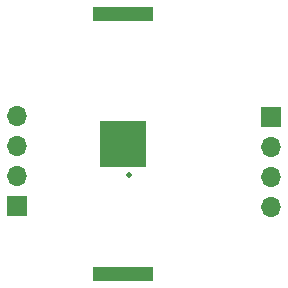
<source format=gbr>
%TF.GenerationSoftware,KiCad,Pcbnew,7.0.8*%
%TF.CreationDate,2023-10-23T16:10:47-04:00*%
%TF.ProjectId,BoostCircuit,426f6f73-7443-4697-9263-7569742e6b69,rev?*%
%TF.SameCoordinates,Original*%
%TF.FileFunction,Soldermask,Bot*%
%TF.FilePolarity,Negative*%
%FSLAX46Y46*%
G04 Gerber Fmt 4.6, Leading zero omitted, Abs format (unit mm)*
G04 Created by KiCad (PCBNEW 7.0.8) date 2023-10-23 16:10:47*
%MOMM*%
%LPD*%
G01*
G04 APERTURE LIST*
%ADD10R,1.700000X1.700000*%
%ADD11O,1.700000X1.700000*%
%ADD12C,0.499999*%
%ADD13R,5.080000X1.270000*%
%ADD14R,3.962400X3.962400*%
G04 APERTURE END LIST*
D10*
%TO.C,J2*%
X144000000Y-100130000D03*
D11*
X144000000Y-102670000D03*
X144000000Y-105210000D03*
X144000000Y-107750000D03*
%TD*%
D10*
%TO.C,J1*%
X122500000Y-107730000D03*
D11*
X122500000Y-105190000D03*
X122500000Y-102650000D03*
X122500000Y-100110000D03*
%TD*%
D12*
%TO.C,U1*%
X131969999Y-103940001D03*
X131969999Y-105039999D03*
%TD*%
D13*
%TO.C,B1*%
X131500000Y-113415500D03*
X131500000Y-91444500D03*
D14*
X131500000Y-102430000D03*
%TD*%
M02*

</source>
